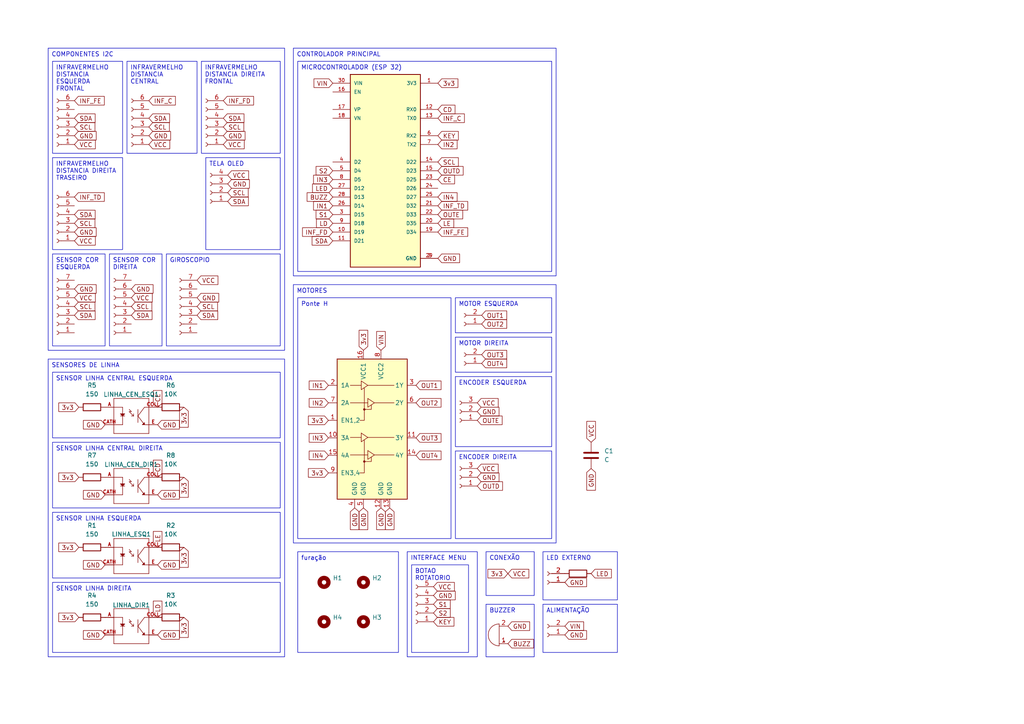
<source format=kicad_sch>
(kicad_sch (version 20250114) (generator "eeschema") (generator_version "9.0")
  (paper "A4")
  (lib_symbols
    (symbol "Connector:Conn_01x02_Socket" (pin_names (offset 1.016) (hide yes))
      (property "Reference" "J" (at 0 2.54 0))
      (property "Value" "Conn_01x02_Socket" (at 0 -5.08 0))
      (symbol "Conn_01x02_Socket_1_1"
        (polyline (pts (xy -1.27 0) (xy -0.508 0)) (stroke (width 0.1524)))
        (polyline (pts (xy -1.27 -2.54) (xy -0.508 -2.54)) (stroke (width 0.1524)))
        (arc (start 0 -0.508) (mid -0.5058 0) (end 0 0.508) (stroke (width 0.1524)))
        (arc (start 0 -3.048) (mid -0.5058 -2.54) (end 0 -2.032) (stroke (width 0.1524)))
        (pin passive line (at -5.08 0 0) (length 3.81) (name "Pin_1") (number "1"))
        (pin passive line (at -5.08 -2.54 0) (length 3.81) (name "Pin_2") (number "2"))
      )
    )
    (symbol "Connector:Conn_01x03_Socket" (pin_names (offset 1.016) (hide yes))
      (property "Reference" "J" (at 0 5.08 0))
      (property "Value" "Conn_01x03_Socket" (at 0 -5.08 0))
      (symbol "Conn_01x03_Socket_1_1"
        (polyline (pts (xy -1.27 2.54) (xy -0.508 2.54)) (stroke (width 0.1524)))
        (polyline (pts (xy -1.27 0) (xy -0.508 0)) (stroke (width 0.1524)))
        (polyline (pts (xy -1.27 -2.54) (xy -0.508 -2.54)) (stroke (width 0.1524)))
        (arc (start 0 2.032) (mid -0.5058 2.54) (end 0 3.048) (stroke (width 0.1524)))
        (arc (start 0 -0.508) (mid -0.5058 0) (end 0 0.508) (stroke (width 0.1524)))
        (arc (start 0 -3.048) (mid -0.5058 -2.54) (end 0 -2.032) (stroke (width 0.1524)))
        (pin passive line (at -5.08 2.54 0) (length 3.81) (name "Pin_1") (number "1"))
        (pin passive line (at -5.08 0 0) (length 3.81) (name "Pin_2") (number "2"))
        (pin passive line (at -5.08 -2.54 0) (length 3.81) (name "Pin_3") (number "3"))
      )
    )
    (symbol "Connector:Conn_01x04_Socket" (pin_names (offset 1.016) (hide yes))
      (property "Reference" "J" (at 0 5.08 0))
      (property "Value" "Conn_01x04_Socket" (at 0 -7.62 0))
      (symbol "Conn_01x04_Socket_1_1"
        (polyline (pts (xy -1.27 2.54) (xy -0.508 2.54)) (stroke (width 0.1524)))
        (polyline (pts (xy -1.27 0) (xy -0.508 0)) (stroke (width 0.1524)))
        (polyline (pts (xy -1.27 -2.54) (xy -0.508 -2.54)) (stroke (width 0.1524)))
        (polyline (pts (xy -1.27 -5.08) (xy -0.508 -5.08)) (stroke (width 0.1524)))
        (arc (start 0 2.032) (mid -0.5058 2.54) (end 0 3.048) (stroke (width 0.1524)))
        (arc (start 0 -0.508) (mid -0.5058 0) (end 0 0.508) (stroke (width 0.1524)))
        (arc (start 0 -3.048) (mid -0.5058 -2.54) (end 0 -2.032) (stroke (width 0.1524)))
        (arc (start 0 -5.588) (mid -0.5058 -5.08) (end 0 -4.572) (stroke (width 0.1524)))
        (pin passive line (at -5.08 2.54 0) (length 3.81) (name "Pin_1") (number "1"))
        (pin passive line (at -5.08 0 0) (length 3.81) (name "Pin_2") (number "2"))
        (pin passive line (at -5.08 -2.54 0) (length 3.81) (name "Pin_3") (number "3"))
        (pin passive line (at -5.08 -5.08 0) (length 3.81) (name "Pin_4") (number "4"))
      )
    )
    (symbol "Connector:Conn_01x05_Socket" (pin_names (offset 1.016) (hide yes))
      (property "Reference" "J" (at 0 7.62 0))
      (property "Value" "Conn_01x05_Socket" (at 0 -7.62 0))
      (symbol "Conn_01x05_Socket_1_1"
        (polyline (pts (xy -1.27 5.08) (xy -0.508 5.08)) (stroke (width 0.1524)))
        (polyline (pts (xy -1.27 2.54) (xy -0.508 2.54)) (stroke (width 0.1524)))
        (polyline (pts (xy -1.27 0) (xy -0.508 0)) (stroke (width 0.1524)))
        (polyline (pts (xy -1.27 -2.54) (xy -0.508 -2.54)) (stroke (width 0.1524)))
        (polyline (pts (xy -1.27 -5.08) (xy -0.508 -5.08)) (stroke (width 0.1524)))
        (arc (start 0 4.572) (mid -0.5058 5.08) (end 0 5.588) (stroke (width 0.1524)))
        (arc (start 0 2.032) (mid -0.5058 2.54) (end 0 3.048) (stroke (width 0.1524)))
        (arc (start 0 -0.508) (mid -0.5058 0) (end 0 0.508) (stroke (width 0.1524)))
        (arc (start 0 -3.048) (mid -0.5058 -2.54) (end 0 -2.032) (stroke (width 0.1524)))
        (arc (start 0 -5.588) (mid -0.5058 -5.08) (end 0 -4.572) (stroke (width 0.1524)))
        (pin passive line (at -5.08 5.08 0) (length 3.81) (name "Pin_1") (number "1"))
        (pin passive line (at -5.08 2.54 0) (length 3.81) (name "Pin_2") (number "2"))
        (pin passive line (at -5.08 0 0) (length 3.81) (name "Pin_3") (number "3"))
        (pin passive line (at -5.08 -2.54 0) (length 3.81) (name "Pin_4") (number "4"))
        (pin passive line (at -5.08 -5.08 0) (length 3.81) (name "Pin_5") (number "5"))
      )
    )
    (symbol "Connector:Conn_01x06_Socket" (pin_names (offset 1.016) (hide yes))
      (property "Reference" "J" (at 0 7.62 0))
      (property "Value" "Conn_01x06_Socket" (at 0 -10.16 0))
      (symbol "Conn_01x06_Socket_1_1"
        (polyline (pts (xy -1.27 5.08) (xy -0.508 5.08)) (stroke (width 0.1524)))
        (polyline (pts (xy -1.27 2.54) (xy -0.508 2.54)) (stroke (width 0.1524)))
        (polyline (pts (xy -1.27 0) (xy -0.508 0)) (stroke (width 0.1524)))
        (polyline (pts (xy -1.27 -2.54) (xy -0.508 -2.54)) (stroke (width 0.1524)))
        (polyline (pts (xy -1.27 -5.08) (xy -0.508 -5.08)) (stroke (width 0.1524)))
        (polyline (pts (xy -1.27 -7.62) (xy -0.508 -7.62)) (stroke (width 0.1524)))
        (arc (start 0 4.572) (mid -0.5058 5.08) (end 0 5.588) (stroke (width 0.1524)))
        (arc (start 0 2.032) (mid -0.5058 2.54) (end 0 3.048) (stroke (width 0.1524)))
        (arc (start 0 -0.508) (mid -0.5058 0) (end 0 0.508) (stroke (width 0.1524)))
        (arc (start 0 -3.048) (mid -0.5058 -2.54) (end 0 -2.032) (stroke (width 0.1524)))
        (arc (start 0 -5.588) (mid -0.5058 -5.08) (end 0 -4.572) (stroke (width 0.1524)))
        (arc (start 0 -8.128) (mid -0.5058 -7.62) (end 0 -7.112) (stroke (width 0.1524)))
        (pin passive line (at -5.08 5.08 0) (length 3.81) (name "Pin_1") (number "1"))
        (pin passive line (at -5.08 2.54 0) (length 3.81) (name "Pin_2") (number "2"))
        (pin passive line (at -5.08 0 0) (length 3.81) (name "Pin_3") (number "3"))
        (pin passive line (at -5.08 -2.54 0) (length 3.81) (name "Pin_4") (number "4"))
        (pin passive line (at -5.08 -5.08 0) (length 3.81) (name "Pin_5") (number "5"))
        (pin passive line (at -5.08 -7.62 0) (length 3.81) (name "Pin_6") (number "6"))
      )
    )
    (symbol "Connector:Conn_01x07_Socket" (pin_names (offset 1.016) (hide yes))
      (property "Reference" "J" (at 0 10.16 0))
      (property "Value" "Conn_01x07_Socket" (at 0 -10.16 0))
      (symbol "Conn_01x07_Socket_1_1"
        (polyline (pts (xy -1.27 7.62) (xy -0.508 7.62)) (stroke (width 0.1524)))
        (polyline (pts (xy -1.27 5.08) (xy -0.508 5.08)) (stroke (width 0.1524)))
        (polyline (pts (xy -1.27 2.54) (xy -0.508 2.54)) (stroke (width 0.1524)))
        (polyline (pts (xy -1.27 0) (xy -0.508 0)) (stroke (width 0.1524)))
        (polyline (pts (xy -1.27 -2.54) (xy -0.508 -2.54)) (stroke (width 0.1524)))
        (polyline (pts (xy -1.27 -5.08) (xy -0.508 -5.08)) (stroke (width 0.1524)))
        (polyline (pts (xy -1.27 -7.62) (xy -0.508 -7.62)) (stroke (width 0.1524)))
        (arc (start 0 7.112) (mid -0.5058 7.62) (end 0 8.128) (stroke (width 0.1524)))
        (arc (start 0 4.572) (mid -0.5058 5.08) (end 0 5.588) (stroke (width 0.1524)))
        (arc (start 0 2.032) (mid -0.5058 2.54) (end 0 3.048) (stroke (width 0.1524)))
        (arc (start 0 -0.508) (mid -0.5058 0) (end 0 0.508) (stroke (width 0.1524)))
        (arc (start 0 -3.048) (mid -0.5058 -2.54) (end 0 -2.032) (stroke (width 0.1524)))
        (arc (start 0 -5.588) (mid -0.5058 -5.08) (end 0 -4.572) (stroke (width 0.1524)))
        (arc (start 0 -8.128) (mid -0.5058 -7.62) (end 0 -7.112) (stroke (width 0.1524)))
        (pin passive line (at -5.08 7.62 0) (length 3.81) (name "Pin_1") (number "1"))
        (pin passive line (at -5.08 5.08 0) (length 3.81) (name "Pin_2") (number "2"))
        (pin passive line (at -5.08 2.54 0) (length 3.81) (name "Pin_3") (number "3"))
        (pin passive line (at -5.08 0 0) (length 3.81) (name "Pin_4") (number "4"))
        (pin passive line (at -5.08 -2.54 0) (length 3.81) (name "Pin_5") (number "5"))
        (pin passive line (at -5.08 -5.08 0) (length 3.81) (name "Pin_6") (number "6"))
        (pin passive line (at -5.08 -7.62 0) (length 3.81) (name "Pin_7") (number "7"))
      )
    )
    (symbol "Device:Buzzer" (pin_names (offset 0.0254) (hide yes))
      (property "Reference" "BZ" (at 3.81 1.27 0))
      (property "Value" "Buzzer" (at 3.81 -1.27 0))
      (symbol "Buzzer_0_1"
        (polyline (pts (xy -1.651 1.905) (xy -1.143 1.905)))
        (polyline (pts (xy -1.397 2.159) (xy -1.397 1.651)))
        (arc (start 0 3.175) (mid 3.1612 0) (end 0 -3.175))
        (polyline (pts (xy 0 3.175) (xy 0 -3.175)))
      )
      (symbol "Buzzer_1_1"
        (pin passive line (at -2.54 2.54 0) (length 2.54) (name "+") (number "1"))
        (pin passive line (at -2.54 -2.54 0) (length 2.54) (name "-") (number "2"))
      )
    )
    (symbol "Device:C" (pin_numbers (hide yes)) (pin_names (offset 0.254))
      (property "Reference" "C" (at 0.635 2.54 0))
      (property "Value" "C" (at 0.635 -2.54 0))
      (symbol "C_0_1"
        (polyline (pts (xy -2.032 0.762) (xy 2.032 0.762)) (stroke (width 0.508)))
        (polyline (pts (xy -2.032 -0.762) (xy 2.032 -0.762)) (stroke (width 0.508)))
      )
      (symbol "C_1_1"
        (pin passive line (at 0 3.81 270) (length 2.794) (name "~") (number "1"))
        (pin passive line (at 0 -3.81 90) (length 2.794) (name "~") (number "2"))
      )
    )
    (symbol "Device:R" (pin_numbers (hide yes)) (pin_names (offset 0))
      (property "Reference" "R" (at 2.032 0 90))
      (property "Value" "R" (at 0 0 90))
      (symbol "R_0_1"
        (rectangle (start -1.016 -2.54) (end 1.016 2.54) (stroke (width 0.254)))
      )
      (symbol "R_1_1"
        (pin passive line (at 0 3.81 270) (length 1.27) (name "~") (number "1"))
        (pin passive line (at 0 -3.81 90) (length 1.27) (name "~") (number "2"))
      )
    )
    (symbol "Driver_Motor:L293D" (pin_names (offset 1.016))
      (property "Reference" "U" (at -5.08 26.035 0))
      (property "Value" "L293D" (at -5.08 24.13 0))
      (symbol "L293D_0_1"
        (rectangle (start -10.16 22.86) (end 10.16 -17.78) (stroke (width 0.254)) (fill (type background)))
        (polyline (pts (xy -6.35 15.24) (xy -3.175 15.24)))
        (polyline (pts (xy -6.35 10.16) (xy -1.27 10.16)))
        (polyline (pts (xy -6.35 0.127) (xy -3.175 0.127)))
        (polyline (pts (xy -6.35 -4.953) (xy -1.27 -4.953)))
        (polyline (pts (xy -3.175 16.51) (xy -3.175 13.97) (xy -1.27 15.24) (xy -3.175 16.51)))
        (polyline (pts (xy -3.175 1.397) (xy -3.175 -1.143) (xy -1.27 0.127) (xy -3.175 1.397)))
        (polyline (pts (xy -2.286 14.478) (xy -2.286 5.08) (xy -3.556 5.08)))
        (circle (center -2.286 8.255) (radius 0.254) (fill (type outline)))
        (polyline (pts (xy -2.286 8.255) (xy -0.254 8.255) (xy -0.254 9.525)))
        (polyline (pts (xy -2.286 -0.635) (xy -2.286 -10.16) (xy -3.556 -10.16)))
        (circle (center -2.286 -6.858) (radius 0.254) (fill (type outline)))
        (polyline (pts (xy -2.286 -6.858) (xy -0.254 -6.858) (xy -0.254 -5.588)))
        (polyline (pts (xy -1.27 15.24) (xy 6.35 15.24)))
        (polyline (pts (xy -1.27 11.43) (xy -1.27 8.89) (xy 0.635 10.16) (xy -1.27 11.43)))
        (polyline (pts (xy -1.27 0.127) (xy 6.35 0.127)))
        (polyline (pts (xy -1.27 -3.683) (xy -1.27 -6.223) (xy 0.635 -4.953) (xy -1.27 -3.683)))
        (polyline (pts (xy 0.635 10.16) (xy 6.35 10.16)))
        (polyline (pts (xy 0.635 -4.953) (xy 6.35 -4.953)))
      )
      (symbol "L293D_1_1"
        (pin input line (at -12.7 15.24 0) (length 2.54) (name "1A") (number "2"))
        (pin input line (at -12.7 10.16 0) (length 2.54) (name "2A") (number "7"))
        (pin input line (at -12.7 5.08 0) (length 2.54) (name "EN1,2") (number "1"))
        (pin input line (at -12.7 0 0) (length 2.54) (name "3A") (number "10"))
        (pin input line (at -12.7 -5.08 0) (length 2.54) (name "4A") (number "15"))
        (pin input line (at -12.7 -10.16 0) (length 2.54) (name "EN3,4") (number "9"))
        (pin power_in line (at -5.08 -20.32 90) (length 2.54) (name "GND") (number "4"))
        (pin power_in line (at -2.54 25.4 270) (length 2.54) (name "VCC1") (number "16"))
        (pin power_in line (at -2.54 -20.32 90) (length 2.54) (name "GND") (number "5"))
        (pin power_in line (at 2.54 25.4 270) (length 2.54) (name "VCC2") (number "8"))
        (pin power_in line (at 2.54 -20.32 90) (length 2.54) (name "GND") (number "12"))
        (pin power_in line (at 5.08 -20.32 90) (length 2.54) (name "GND") (number "13"))
        (pin output line (at 12.7 15.24 180) (length 2.54) (name "1Y") (number "3"))
        (pin output line (at 12.7 10.16 180) (length 2.54) (name "2Y") (number "6"))
        (pin output line (at 12.7 0 180) (length 2.54) (name "3Y") (number "11"))
        (pin output line (at 12.7 -5.08 180) (length 2.54) (name "4Y") (number "14"))
      )
    )
    (symbol "ESP32-DEVKIT-V1:ESP32-DEVKIT-V1" (pin_names (offset 1.016))
      (property "Reference" "U" (at -10.16 30.48 0))
      (property "Value" "ESP32-DEVKIT-V1" (at -10.16 -30.48 0))
      (symbol "ESP32-DEVKIT-V1_0_0"
        (rectangle (start -10.16 -27.94) (end 10.16 27.94) (stroke (width 0.254)) (fill (type background)))
        (pin input line (at -15.24 25.4 0) (length 5.08) (name "VIN") (number "30"))
        (pin input line (at -15.24 22.86 0) (length 5.08) (name "EN") (number "16"))
        (pin bidirectional line (at -15.24 17.78 0) (length 5.08) (name "VP") (number "17"))
        (pin bidirectional line (at -15.24 15.24 0) (length 5.08) (name "VN") (number "18"))
        (pin bidirectional line (at -15.24 2.54 0) (length 5.08) (name "D2") (number "4"))
        (pin bidirectional line (at -15.24 0 0) (length 5.08) (name "D4") (number "5"))
        (pin bidirectional line (at -15.24 -2.54 0) (length 5.08) (name "D5") (number "8"))
        (pin bidirectional line (at -15.24 -5.08 0) (length 5.08) (name "D12") (number "27"))
        (pin bidirectional line (at -15.24 -7.62 0) (length 5.08) (name "D13") (number "28"))
        (pin bidirectional line (at -15.24 -10.16 0) (length 5.08) (name "D14") (number "26"))
        (pin bidirectional line (at -15.24 -12.7 0) (length 5.08) (name "D15") (number "3"))
        (pin bidirectional line (at -15.24 -15.24 0) (length 5.08) (name "D18") (number "9"))
        (pin bidirectional line (at -15.24 -17.78 0) (length 5.08) (name "D19") (number "10"))
        (pin bidirectional line (at -15.24 -20.32 0) (length 5.08) (name "D21") (number "11"))
        (pin output line (at 15.24 25.4 180) (length 5.08) (name "3V3") (number "1"))
        (pin input line (at 15.24 17.78 180) (length 5.08) (name "RX0") (number "12"))
        (pin output line (at 15.24 15.24 180) (length 5.08) (name "TX0") (number "13"))
        (pin input line (at 15.24 10.16 180) (length 5.08) (name "RX2") (number "6"))
        (pin output line (at 15.24 7.62 180) (length 5.08) (name "TX2") (number "7"))
        (pin bidirectional line (at 15.24 2.54 180) (length 5.08) (name "D22") (number "14"))
        (pin bidirectional line (at 15.24 0 180) (length 5.08) (name "D23") (number "15"))
        (pin bidirectional line (at 15.24 -2.54 180) (length 5.08) (name "D25") (number "23"))
        (pin bidirectional line (at 15.24 -5.08 180) (length 5.08) (name "D26") (number "24"))
        (pin bidirectional line (at 15.24 -7.62 180) (length 5.08) (name "D27") (number "25"))
        (pin bidirectional line (at 15.24 -10.16 180) (length 5.08) (name "D32") (number "21"))
        (pin bidirectional line (at 15.24 -12.7 180) (length 5.08) (name "D33") (number "22"))
        (pin bidirectional line (at 15.24 -15.24 180) (length 5.08) (name "D35") (number "20"))
        (pin bidirectional line (at 15.24 -17.78 180) (length 5.08) (name "D34") (number "19"))
        (pin power_in line (at 15.24 -25.4 180) (length 5.08) (name "GND") (number "2"))
        (pin power_in line (at 15.24 -25.4 180) (length 5.08) (name "GND") (number "29"))
      )
    )
    (symbol "Mechanical:MountingHole" (pin_names (offset 1.016)) (in_bom no)
      (property "Reference" "H" (at 0 5.08 0))
      (property "Value" "MountingHole" (at 0 3.175 0))
      (symbol "MountingHole_0_1"
        (circle (center 0 0) (radius 1.27) (stroke (width 1.27)))
      )
    )
    (symbol "TCRT5000:TCRT5000" (pin_names (offset 1.016))
      (property "Reference" "U" (at -5.0887 5.7248 0))
      (property "Value" "TCRT5000" (at -5.0838 -5.7193 0))
      (symbol "TCRT5000_0_0"
        (polyline (pts (xy -5.08 5.08) (xy -5.08 2.54)) (stroke (width 0.1524)))
        (polyline (pts (xy -5.08 2.54) (xy -5.08 -2.54)) (stroke (width 0.1524)))
        (polyline (pts (xy -5.08 2.54) (xy -2.54 2.54)) (stroke (width 0.1524)))
        (polyline (pts (xy -5.08 -2.54) (xy -5.08 -5.08)) (stroke (width 0.1524)))
        (polyline (pts (xy -5.08 -5.08) (xy 5.08 -5.08)) (stroke (width 0.1524)))
        (polyline (pts (xy -3.175 0.635) (xy -1.905 0.635) (xy -2.54 0) (xy -3.175 0.635)) (stroke (width 0.1524)) (fill (type outline)))
        (polyline (pts (xy -3.175 0) (xy -1.905 0)) (stroke (width 0.1524)))
        (polyline (pts (xy -2.54 2.54) (xy -2.54 -2.54)) (stroke (width 0.1524)))
        (polyline (pts (xy -2.54 -2.54) (xy -5.08 -2.54)) (stroke (width 0.1524)))
        (polyline (pts (xy -0.635 1.905) (xy 0 1.27)) (stroke (width 0.1524)))
        (polyline (pts (xy -0.635 1.27) (xy 0.635 0)) (stroke (width 0.1524)))
        (polyline (pts (xy 0 1.27) (xy -0.635 1.27)) (stroke (width 0.1524)))
        (polyline (pts (xy 0.635 0.635) (xy 0.635 0)) (stroke (width 0.1524)))
        (polyline (pts (xy 0.635 0) (xy 0 0)) (stroke (width 0.1524)))
        (polyline (pts (xy 1.905 1.905) (xy 1.905 0)) (stroke (width 0.1524)))
        (polyline (pts (xy 1.905 0) (xy 1.905 -1.905)) (stroke (width 0.1524)))
        (polyline (pts (xy 1.905 0) (xy 3.81 2.54)) (stroke (width 0.1524)))
        (polyline (pts (xy 1.905 0) (xy 3.81 -2.54)) (stroke (width 0.1524)))
        (polyline (pts (xy 3.175 -2.54) (xy 3.81 -2.54) (xy 3.81 -1.905) (xy 3.175 -2.54)) (stroke (width 0.1524)) (fill (type outline)))
        (polyline (pts (xy 3.81 2.54) (xy 5.08 2.54)) (stroke (width 0.1524)))
        (polyline (pts (xy 3.81 -2.54) (xy 5.08 -2.54)) (stroke (width 0.1524)))
        (polyline (pts (xy 5.08 5.08) (xy -5.08 5.08)) (stroke (width 0.1524)))
        (polyline (pts (xy 5.08 2.54) (xy 5.08 5.08)) (stroke (width 0.1524)))
        (polyline (pts (xy 5.08 -2.54) (xy 5.08 2.54)) (stroke (width 0.1524)))
        (polyline (pts (xy 5.08 -5.08) (xy 5.08 -2.54)) (stroke (width 0.1524)))
        (pin passive line (at -7.62 2.54 0) (length 2.54) (name "~") (number "A"))
        (pin passive line (at -7.62 -2.54 0) (length 2.54) (name "~") (number "CATH"))
        (pin passive line (at 7.62 2.54 180) (length 2.54) (name "~") (number "COLL"))
        (pin passive line (at 7.62 -2.54 180) (length 2.54) (name "~") (number "E"))
      )
    )
  )
  (text_box "BUZZER" (at 140.97 175.26 0) (size 13.97 15.24) (margins 0.9525 0.9525 0.9525 0.9525) (effects (font (size 1.27 1.27)) (justify left top)))
  (text_box "INFRAVERMELHO DISTANCIA DIREITA TRASEIRO\n" (at 15.24 45.72 0) (size 20.32 26.67) (margins 0.9525 0.9525 0.9525 0.9525) (effects (font (size 1.27 1.27)) (justify left top)))
  (text_box "ALIMENTAÇÃO" (at 157.48 175.26 0) (size 21.59 13.97) (margins 0.9525 0.9525 0.9525 0.9525) (effects (font (size 1.27 1.27)) (justify left top)))
  (text_box "MOTOR ESQUERDA" (at 132.08 86.36 0) (size 27.94 10.16) (margins 0.9525 0.9525 0.9525 0.9525) (effects (font (size 1.27 1.27)) (justify left top)))
  (text_box "SENSOR LINHA CENTRAL ESQUERDA\n" (at 15.24 107.95 0) (size 66.04 19.05) (margins 0.9525 0.9525 0.9525 0.9525) (effects (font (size 1.27 1.27)) (justify left top)))
  (text_box "GIROSCOPIO" (at 48.26 73.66 0) (size 33.02 26.67) (margins 0.9525 0.9525 0.9525 0.9525) (effects (font (size 1.27 1.27)) (justify left top)))
  (text_box "SENSORES DE LINHA" (at 13.97 104.14 0) (size 68.58 86.36) (margins 0.9525 0.9525 0.9525 0.9525) (effects (font (size 1.27 1.27)) (justify left top)))
  (text_box "SENSOR LINHA ESQUERDA\n\n" (at 15.24 148.59 0) (size 66.04 19.05) (margins 0.9525 0.9525 0.9525 0.9525) (effects (font (size 1.27 1.27)) (justify left top)))
  (text_box "TELA OLED\n" (at 59.69 45.72 0) (size 21.59 26.67) (margins 0.9525 0.9525 0.9525 0.9525) (effects (font (size 1.27 1.27)) (justify left top)))
  (text_box "CONTROLADOR PRINCIPAL" (at 85.09 13.97 0) (size 76.2 66.04) (margins 0.9525 0.9525 0.9525 0.9525) (effects (font (size 1.27 1.27)) (justify left top)))
  (text_box "BOTAO ROTATORIO" (at 119.38 163.83 0) (size 16.51 25.4) (margins 0.9525 0.9525 0.9525 0.9525) (effects (font (size 1.27 1.27)) (justify left top)))
  (text_box "Ponte H" (at 86.36 86.36 0) (size 44.45 69.85) (margins 0.9525 0.9525 0.9525 0.9525) (effects (font (size 1.27 1.27)) (justify left top)))
  (text_box "MICROCONTROLADOR (ESP 32)\n" (at 86.36 17.78 0) (size 73.66 60.96) (margins 0.9525 0.9525 0.9525 0.9525) (effects (font (size 1.27 1.27)) (justify left top)))
  (text_box "furação" (at 86.36 160.02 0) (size 29.21 29.21) (margins 0.9525 0.9525 0.9525 0.9525) (effects (font (size 1.27 1.27)) (justify left top)))
  (text_box "INFRAVERMELHO DISTANCIA CENTRAL\n" (at 36.83 17.78 0) (size 20.32 26.67) (margins 0.9525 0.9525 0.9525 0.9525) (effects (font (size 1.27 1.27)) (justify left top)))
  (text_box "COMPONENTES I2C\n" (at 13.97 13.97 0) (size 68.58 87.63) (margins 0.9525 0.9525 0.9525 0.9525) (effects (font (size 1.27 1.27)) (justify left top)))
  (text_box "SENSOR LINHA CENTRAL DIREITA\n" (at 15.24 128.27 0) (size 66.04 19.05) (margins 0.9525 0.9525 0.9525 0.9525) (effects (font (size 1.27 1.27)) (justify left top)))
  (text_box "CONEXÃO" (at 140.97 160.02 0) (size 13.97 12.7) (margins 0.9525 0.9525 0.9525 0.9525) (effects (font (size 1.27 1.27)) (justify left top)))
  (text_box "INFRAVERMELHO DISTANCIA DIREITA FRONTAL\n" (at 58.42 17.78 0) (size 22.86 26.67) (margins 0.9525 0.9525 0.9525 0.9525) (effects (font (size 1.27 1.27)) (justify left top)))
  (text_box "SENSOR COR DIREITA" (at 31.75 73.66 0) (size 15.24 26.67) (margins 0.9525 0.9525 0.9525 0.9525) (effects (font (size 1.27 1.27)) (justify left top)))
  (text_box "LED EXTERNO" (at 157.48 160.02 0) (size 21.59 13.97) (margins 0.9525 0.9525 0.9525 0.9525) (effects (font (size 1.27 1.27)) (justify left top)))
  (text_box "MOTOR DIREITA" (at 132.08 97.79 0) (size 27.94 10.16) (margins 0.9525 0.9525 0.9525 0.9525) (effects (font (size 1.27 1.27)) (justify left top)))
  (text_box "SENSOR COR ESQUERDA" (at 15.24 73.66 0) (size 15.24 26.67) (margins 0.9525 0.9525 0.9525 0.9525) (effects (font (size 1.27 1.27)) (justify left top)))
  (text_box "SENSOR LINHA DIREITA\n" (at 15.24 168.91 0) (size 66.04 20.32) (margins 0.9525 0.9525 0.9525 0.9525) (effects (font (size 1.27 1.27)) (justify left top)))
  (text_box "ENCODER DIREITA\n\n" (at 132.08 130.81 0) (size 27.94 25.4) (margins 0.9525 0.9525 0.9525 0.9525) (effects (font (size 1.27 1.27)) (justify left top)))
  (text_box "ENCODER ESQUERDA\n" (at 132.08 109.22 0) (size 27.94 20.32) (margins 0.9525 0.9525 0.9525 0.9525) (effects (font (size 1.27 1.27)) (justify left top)))
  (text_box "INFRAVERMELHO DISTANCIA ESQUERDA FRONTAL\n" (at 15.24 17.78 0) (size 20.32 26.67) (margins 0.9525 0.9525 0.9525 0.9525) (effects (font (size 1.27 1.27)) (justify left top)))
  (text_box "INTERFACE MENU" (at 118.11 160.02 0) (size 20.32 30.48) (margins 0.9525 0.9525 0.9525 0.9525) (effects (font (size 1.27 1.27)) (justify left top)))
  (text_box "MOTORES" (at 85.09 82.55 0) (size 76.2 74.93) (margins 0.9525 0.9525 0.9525 0.9525) (effects (font (size 1.27 1.27)) (justify left top)))
  (global_label "INF_TD" (shape input) (at 21.59 57.15 0) (property "Intersheetrefs" "${INTERSHEET_REFS}" (effects (hide yes))))
  (global_label "IN3" (shape input) (at 96.52 52.07 180) (property "Intersheetrefs" "${INTERSHEET_REFS}" (effects (hide yes))))
  (global_label "GND" (shape input) (at 21.59 67.31 0) (property "Intersheetrefs" "${INTERSHEET_REFS}" (effects (hide yes))))
  (global_label "3v3" (shape input) (at 22.86 138.43 180) (property "Intersheetrefs" "${INTERSHEET_REFS}" (effects (hide yes))))
  (global_label "VCC" (shape input) (at 57.15 81.28 0) (property "Intersheetrefs" "${INTERSHEET_REFS}" (effects (hide yes))))
  (global_label "CD" (shape input) (at 127 31.75 0) (property "Intersheetrefs" "${INTERSHEET_REFS}" (effects (hide yes))))
  (global_label "VIN" (shape input) (at 110.49 101.6 90) (property "Intersheetrefs" "${INTERSHEET_REFS}" (effects (hide yes))))
  (global_label "INF_FD" (shape input) (at 64.77 29.21 0) (property "Intersheetrefs" "${INTERSHEET_REFS}" (effects (hide yes))))
  (global_label "GND" (shape input) (at 21.59 83.82 0) (property "Intersheetrefs" "${INTERSHEET_REFS}" (effects (hide yes))))
  (global_label "GND" (shape input) (at 30.48 184.15 180) (property "Intersheetrefs" "${INTERSHEET_REFS}" (effects (hide yes))))
  (global_label "GND" (shape input) (at 125.73 172.72 0) (property "Intersheetrefs" "${INTERSHEET_REFS}" (effects (hide yes))))
  (global_label "SDA" (shape input) (at 96.52 69.85 180) (property "Intersheetrefs" "${INTERSHEET_REFS}" (effects (hide yes))))
  (global_label "SDA" (shape input) (at 66.04 58.42 0) (property "Intersheetrefs" "${INTERSHEET_REFS}" (effects (hide yes))))
  (global_label "VCC" (shape input) (at 38.1 86.36 0) (property "Intersheetrefs" "${INTERSHEET_REFS}" (effects (hide yes))))
  (global_label "GND" (shape input) (at 147.32 181.61 0) (property "Intersheetrefs" "${INTERSHEET_REFS}" (effects (hide yes))))
  (global_label "VCC" (shape input) (at 66.04 50.8 0) (property "Intersheetrefs" "${INTERSHEET_REFS}" (effects (hide yes))))
  (global_label "3v3" (shape input) (at 53.34 118.11 270) (property "Intersheetrefs" "${INTERSHEET_REFS}" (effects (hide yes))))
  (global_label "GND" (shape input) (at 38.1 83.82 0) (property "Intersheetrefs" "${INTERSHEET_REFS}" (effects (hide yes))))
  (global_label "VCC" (shape input) (at 171.45 128.27 90) (property "Intersheetrefs" "${INTERSHEET_REFS}" (effects (hide yes))))
  (global_label "INF_C" (shape input) (at 127 34.29 0) (property "Intersheetrefs" "${INTERSHEET_REFS}" (effects (hide yes))))
  (global_label "CE" (shape input) (at 45.72 118.11 90) (property "Intersheetrefs" "${INTERSHEET_REFS}" (effects (hide yes))))
  (global_label "LD" (shape input) (at 96.52 64.77 180) (property "Intersheetrefs" "${INTERSHEET_REFS}" (effects (hide yes))))
  (global_label "VCC" (shape input) (at 125.73 170.18 0) (property "Intersheetrefs" "${INTERSHEET_REFS}" (effects (hide yes))))
  (global_label "OUTE" (shape input) (at 138.43 121.92 0) (property "Intersheetrefs" "${INTERSHEET_REFS}" (effects (hide yes))))
  (global_label "OUT3" (shape input) (at 120.65 127 0) (property "Intersheetrefs" "${INTERSHEET_REFS}" (effects (hide yes))))
  (global_label "VCC" (shape input) (at 21.59 69.85 0) (property "Intersheetrefs" "${INTERSHEET_REFS}" (effects (hide yes))))
  (global_label "GND" (shape input) (at 127 74.93 0) (property "Intersheetrefs" "${INTERSHEET_REFS}" (effects (hide yes))))
  (global_label "3v3" (shape input) (at 22.86 118.11 180) (property "Intersheetrefs" "${INTERSHEET_REFS}" (effects (hide yes))))
  (global_label "VIN" (shape input) (at 163.83 181.61 0) (property "Intersheetrefs" "${INTERSHEET_REFS}" (effects (hide yes))))
  (global_label "LE" (shape input) (at 127 64.77 0) (property "Intersheetrefs" "${INTERSHEET_REFS}" (effects (hide yes))))
  (global_label "3v3" (shape input) (at 22.86 158.75 180) (property "Intersheetrefs" "${INTERSHEET_REFS}" (effects (hide yes))))
  (global_label "GND" (shape input) (at 138.43 119.38 0) (property "Intersheetrefs" "${INTERSHEET_REFS}" (effects (hide yes))))
  (global_label "3v3" (shape input) (at 105.41 101.6 90) (property "Intersheetrefs" "${INTERSHEET_REFS}" (effects (hide yes))))
  (global_label "GND" (shape input) (at 66.04 53.34 0) (property "Intersheetrefs" "${INTERSHEET_REFS}" (effects (hide yes))))
  (global_label "SCL" (shape input) (at 66.04 55.88 0) (property "Intersheetrefs" "${INTERSHEET_REFS}" (effects (hide yes))))
  (global_label "3v3" (shape input) (at 22.86 179.07 180) (property "Intersheetrefs" "${INTERSHEET_REFS}" (effects (hide yes))))
  (global_label "IN2" (shape input) (at 95.25 116.84 180) (property "Intersheetrefs" "${INTERSHEET_REFS}" (effects (hide yes))))
  (global_label "INF_C" (shape input) (at 43.18 29.21 0) (property "Intersheetrefs" "${INTERSHEET_REFS}" (effects (hide yes))))
  (global_label "GND" (shape input) (at 57.15 86.36 0) (property "Intersheetrefs" "${INTERSHEET_REFS}" (effects (hide yes))))
  (global_label "KEY" (shape input) (at 127 39.37 0) (property "Intersheetrefs" "${INTERSHEET_REFS}" (effects (hide yes))))
  (global_label "IN3" (shape input) (at 95.25 127 180) (property "Intersheetrefs" "${INTERSHEET_REFS}" (effects (hide yes))))
  (global_label "S1" (shape input) (at 96.52 62.23 180) (property "Intersheetrefs" "${INTERSHEET_REFS}" (effects (hide yes))))
  (global_label "SDA" (shape input) (at 57.15 91.44 0) (property "Intersheetrefs" "${INTERSHEET_REFS}" (effects (hide yes))))
  (global_label "LD" (shape input) (at 45.72 179.07 90) (property "Intersheetrefs" "${INTERSHEET_REFS}" (effects (hide yes))))
  (global_label "IN1" (shape input) (at 96.52 59.69 180) (property "Intersheetrefs" "${INTERSHEET_REFS}" (effects (hide yes))))
  (global_label "VCC" (shape input) (at 64.77 41.91 0) (property "Intersheetrefs" "${INTERSHEET_REFS}" (effects (hide yes))))
  (global_label "IN4" (shape input) (at 95.25 132.08 180) (property "Intersheetrefs" "${INTERSHEET_REFS}" (effects (hide yes))))
  (global_label "SCL" (shape input) (at 57.15 88.9 0) (property "Intersheetrefs" "${INTERSHEET_REFS}" (effects (hide yes))))
  (global_label "CE" (shape input) (at 127 52.07 0) (property "Intersheetrefs" "${INTERSHEET_REFS}" (effects (hide yes))))
  (global_label "OUT2" (shape input) (at 139.7 93.98 0) (property "Intersheetrefs" "${INTERSHEET_REFS}" (effects (hide yes))))
  (global_label "SDA" (shape input) (at 21.59 34.29 0) (property "Intersheetrefs" "${INTERSHEET_REFS}" (effects (hide yes))))
  (global_label "GND" (shape input) (at 30.48 143.51 180) (property "Intersheetrefs" "${INTERSHEET_REFS}" (effects (hide yes))))
  (global_label "GND" (shape input) (at 21.59 39.37 0) (property "Intersheetrefs" "${INTERSHEET_REFS}" (effects (hide yes))))
  (global_label "SDA" (shape input) (at 21.59 91.44 0) (property "Intersheetrefs" "${INTERSHEET_REFS}" (effects (hide yes))))
  (global_label "GND" (shape input) (at 30.48 123.19 180) (property "Intersheetrefs" "${INTERSHEET_REFS}" (effects (hide yes))))
  (global_label "OUTD" (shape input) (at 138.43 140.97 0) (property "Intersheetrefs" "${INTERSHEET_REFS}" (effects (hide yes))))
  (global_label "VCC" (shape input) (at 21.59 41.91 0) (property "Intersheetrefs" "${INTERSHEET_REFS}" (effects (hide yes))))
  (global_label "GND" (shape input) (at 163.83 184.15 0) (property "Intersheetrefs" "${INTERSHEET_REFS}" (effects (hide yes))))
  (global_label "LED" (shape input) (at 171.45 166.37 0) (property "Intersheetrefs" "${INTERSHEET_REFS}" (effects (hide yes))))
  (global_label "SDA" (shape input) (at 64.77 34.29 0) (property "Intersheetrefs" "${INTERSHEET_REFS}" (effects (hide yes))))
  (global_label "3v3" (shape input) (at 53.34 158.75 270) (property "Intersheetrefs" "${INTERSHEET_REFS}" (effects (hide yes))))
  (global_label "SDA" (shape input) (at 21.59 62.23 0) (property "Intersheetrefs" "${INTERSHEET_REFS}" (effects (hide yes))))
  (global_label "SCL" (shape input) (at 38.1 88.9 0) (property "Intersheetrefs" "${INTERSHEET_REFS}" (effects (hide yes))))
  (global_label "BUZZ" (shape input) (at 147.32 186.69 0) (property "Intersheetrefs" "${INTERSHEET_REFS}" (effects (hide yes))))
  (global_label "GND" (shape input) (at 113.03 147.32 270) (property "Intersheetrefs" "${INTERSHEET_REFS}" (effects (hide yes))))
  (global_label "INF_FD" (shape input) (at 96.52 67.31 180) (property "Intersheetrefs" "${INTERSHEET_REFS}" (effects (hide yes))))
  (global_label "OUT3" (shape input) (at 139.7 102.87 0) (property "Intersheetrefs" "${INTERSHEET_REFS}" (effects (hide yes))))
  (global_label "OUT2" (shape input) (at 120.65 116.84 0) (property "Intersheetrefs" "${INTERSHEET_REFS}" (effects (hide yes))))
  (global_label "GND" (shape input) (at 30.48 163.83 180) (property "Intersheetrefs" "${INTERSHEET_REFS}" (effects (hide yes))))
  (global_label "OUT1" (shape input) (at 120.65 111.76 0) (property "Intersheetrefs" "${INTERSHEET_REFS}" (effects (hide yes))))
  (global_label "3v3" (shape input) (at 147.32 166.37 180) (property "Intersheetrefs" "${INTERSHEET_REFS}" (effects (hide yes))))
  (global_label "GND" (shape input) (at 45.72 163.83 0) (property "Intersheetrefs" "${INTERSHEET_REFS}" (effects (hide yes))))
  (global_label "IN4" (shape input) (at 127 57.15 0) (property "Intersheetrefs" "${INTERSHEET_REFS}" (effects (hide yes))))
  (global_label "VCC" (shape input) (at 138.43 135.89 0) (property "Intersheetrefs" "${INTERSHEET_REFS}" (effects (hide yes))))
  (global_label "GND" (shape input) (at 105.41 147.32 270) (property "Intersheetrefs" "${INTERSHEET_REFS}" (effects (hide yes))))
  (global_label "GND" (shape input) (at 110.49 147.32 270) (property "Intersheetrefs" "${INTERSHEET_REFS}" (effects (hide yes))))
  (global_label "INF_FE" (shape input) (at 21.59 29.21 0) (property "Intersheetrefs" "${INTERSHEET_REFS}" (effects (hide yes))))
  (global_label "GND" (shape input) (at 171.45 135.89 270) (property "Intersheetrefs" "${INTERSHEET_REFS}" (effects (hide yes))))
  (global_label "3v3" (shape input) (at 95.25 121.92 180) (property "Intersheetrefs" "${INTERSHEET_REFS}" (effects (hide yes))))
  (global_label "SDA" (shape input) (at 38.1 91.44 0) (property "Intersheetrefs" "${INTERSHEET_REFS}" (effects (hide yes))))
  (global_label "SCL" (shape input) (at 64.77 36.83 0) (property "Intersheetrefs" "${INTERSHEET_REFS}" (effects (hide yes))))
  (global_label "VCC" (shape input) (at 138.43 116.84 0) (property "Intersheetrefs" "${INTERSHEET_REFS}" (effects (hide yes))))
  (global_label "VCC" (shape input) (at 21.59 86.36 0) (property "Intersheetrefs" "${INTERSHEET_REFS}" (effects (hide yes))))
  (global_label "GND" (shape input) (at 102.87 147.32 270) (property "Intersheetrefs" "${INTERSHEET_REFS}" (effects (hide yes))))
  (global_label "BUZZ" (shape input) (at 96.52 57.15 180) (property "Intersheetrefs" "${INTERSHEET_REFS}" (effects (hide yes))))
  (global_label "GND" (shape input) (at 163.83 168.91 0) (property "Intersheetrefs" "${INTERSHEET_REFS}" (effects (hide yes))))
  (global_label "SCL" (shape input) (at 21.59 88.9 0) (property "Intersheetrefs" "${INTERSHEET_REFS}" (effects (hide yes))))
  (global_label "KEY" (shape input) (at 125.73 180.34 0) (property "Intersheetrefs" "${INTERSHEET_REFS}" (effects (hide yes))))
  (global_label "VCC" (shape input) (at 43.18 41.91 0) (property "Intersheetrefs" "${INTERSHEET_REFS}" (effects (hide yes))))
  (global_label "IN2" (shape input) (at 127 41.91 0) (property "Intersheetrefs" "${INTERSHEET_REFS}" (effects (hide yes))))
  (global_label "SCL" (shape input) (at 21.59 36.83 0) (property "Intersheetrefs" "${INTERSHEET_REFS}" (effects (hide yes))))
  (global_label "SDA" (shape input) (at 43.18 34.29 0) (property "Intersheetrefs" "${INTERSHEET_REFS}" (effects (hide yes))))
  (global_label "GND" (shape input) (at 64.77 39.37 0) (property "Intersheetrefs" "${INTERSHEET_REFS}" (effects (hide yes))))
  (global_label "INF_TD" (shape input) (at 127 59.69 0) (property "Intersheetrefs" "${INTERSHEET_REFS}" (effects (hide yes))))
  (global_label "3v3" (shape input) (at 127 24.13 0) (property "Intersheetrefs" "${INTERSHEET_REFS}" (effects (hide yes))))
  (global_label "VIN" (shape input) (at 96.52 24.13 180) (property "Intersheetrefs" "${INTERSHEET_REFS}" (effects (hide yes))))
  (global_label "GND" (shape input) (at 45.72 123.19 0) (property "Intersheetrefs" "${INTERSHEET_REFS}" (effects (hide yes))))
  (global_label "CD" (shape input) (at 45.72 138.43 90) (property "Intersheetrefs" "${INTERSHEET_REFS}" (effects (hide yes))))
  (global_label "OUTE" (shape input) (at 127 62.23 0) (property "Intersheetrefs" "${INTERSHEET_REFS}" (effects (hide yes))))
  (global_label "S2" (shape input) (at 125.73 177.8 0) (property "Intersheetrefs" "${INTERSHEET_REFS}" (effects (hide yes))))
  (global_label "SCL" (shape input) (at 43.18 36.83 0) (property "Intersheetrefs" "${INTERSHEET_REFS}" (effects (hide yes))))
  (global_label "SCL" (shape input) (at 127 46.99 0) (property "Intersheetrefs" "${INTERSHEET_REFS}" (effects (hide yes))))
  (global_label "SCL" (shape input) (at 21.59 64.77 0) (property "Intersheetrefs" "${INTERSHEET_REFS}" (effects (hide yes))))
  (global_label "LE" (shape input) (at 45.72 158.75 90) (property "Intersheetrefs" "${INTERSHEET_REFS}" (effects (hide yes))))
  (global_label "INF_FE" (shape input) (at 127 67.31 0) (property "Intersheetrefs" "${INTERSHEET_REFS}" (effects (hide yes))))
  (global_label "GND" (shape input) (at 45.72 143.51 0) (property "Intersheetrefs" "${INTERSHEET_REFS}" (effects (hide yes))))
  (global_label "OUT4" (shape input) (at 120.65 132.08 0) (property "Intersheetrefs" "${INTERSHEET_REFS}" (effects (hide yes))))
  (global_label "GND" (shape input) (at 43.18 39.37 0) (property "Intersheetrefs" "${INTERSHEET_REFS}" (effects (hide yes))))
  (global_label "3v3" (shape input) (at 95.25 137.16 180) (property "Intersheetrefs" "${INTERSHEET_REFS}" (effects (hide yes))))
  (global_label "GND" (shape input) (at 45.72 184.15 0) (property "Intersheetrefs" "${INTERSHEET_REFS}" (effects (hide yes))))
  (global_label "3v3" (shape input) (at 53.34 179.07 270) (property "Intersheetrefs" "${INTERSHEET_REFS}" (effects (hide yes))))
  (global_label "S1" (shape input) (at 125.73 175.26 0) (property "Intersheetrefs" "${INTERSHEET_REFS}" (effects (hide yes))))
  (global_label "LED" (shape input) (at 96.52 54.61 180) (property "Intersheetrefs" "${INTERSHEET_REFS}" (effects (hide yes))))
  (global_label "IN1" (shape input) (at 95.25 111.76 180) (property "Intersheetrefs" "${INTERSHEET_REFS}" (effects (hide yes))))
  (global_label "OUTD" (shape input) (at 127 49.53 0) (property "Intersheetrefs" "${INTERSHEET_REFS}" (effects (hide yes))))
  (global_label "OUT4" (shape input) (at 139.7 105.41 0) (property "Intersheetrefs" "${INTERSHEET_REFS}" (effects (hide yes))))
  (global_label "GND" (shape input) (at 138.43 138.43 0) (property "Intersheetrefs" "${INTERSHEET_REFS}" (effects (hide yes))))
  (global_label "VCC" (shape input) (at 147.32 166.37 0) (property "Intersheetrefs" "${INTERSHEET_REFS}" (effects (hide yes))))
  (global_label "3v3" (shape input) (at 53.34 138.43 270) (property "Intersheetrefs" "${INTERSHEET_REFS}" (effects (hide yes))))
  (global_label "S2" (shape input) (at 96.52 49.53 180) (property "Intersheetrefs" "${INTERSHEET_REFS}" (effects (hide yes))))
  (global_label "OUT1" (shape input) (at 139.7 91.44 0) (property "Intersheetrefs" "${INTERSHEET_REFS}" (effects (hide yes))))
  (symbol (lib_id "Connector:Conn_01x04_Socket") (at 60.96 55.88 180) (unit 1)
    (property "Reference" "TelaOLED1" (effects (hide yes)))
    (property "Value" "Conn_01x04_Socket" (effects (hide yes)))
    (property "Footprint" "Connector_PinSocket_2.54mm:PinSocket_1x04_P2.54mm_Vertical" (effects (hide yes)))
    (property "Description" "Generic connector, single row, 01x04, script generated" (effects (hide yes)))
  )
  (symbol (lib_id "Connector:Conn_01x03_Socket") (at 133.35 119.38 180) (unit 1)
    (property "Reference" "EN1" (effects (hide yes)))
    (property "Value" "Conn_01x03_Socket" (effects (hide yes)))
    (property "Footprint" "Connector_PinSocket_2.54mm:PinSocket_1x03_P2.54mm_Vertical" (effects (hide yes)))
    (property "Description" "Generic connector, single row, 01x03, script generated" (effects (hide yes)))
  )
  (symbol (lib_id "TCRT5000:TCRT5000") (at 38.1 120.65 0) (unit 1)
    (property "Reference" "LINHA_CEN_ESQ1" (at 38.0637 114.4055 0))
    (property "Footprint" "IFSUL Camaquã:OPTO_TCRT5000" (effects (hide yes)))
    (property "MF" "Vishay" (effects (hide yes)))
    (property "MAXIMUM_PACKAGE_HEIGHT" "7.2mm" (effects (hide yes)))
    (property "Package" "TCRT5000 Vishay" (effects (hide yes)))
    (property "Price" "None" (effects (hide yes)))
    (property "Check_prices" "https://www.snapeda.com/parts/TCRT5000/Vishay+Semiconductor+Opto+Division/view-part/?ref=eda" (effects (hide yes)))
    (property "STANDARD" "Manufacturer recommendations" (effects (hide yes)))
    (property "PARTREV" "1.7" (effects (hide yes)))
    (property "SnapEDA_Link" "https://www.snapeda.com/parts/TCRT5000/Vishay+Semiconductor+Opto+Division/view-part/?ref=snap" (effects (hide yes)))
    (property "MP" "TCRT5000" (effects (hide yes)))
    (property "Description_1" "Reflective Optical Sensor 0.591 (15mm) PCB Mount" (effects (hide yes)))
    (property "Availability" "In Stock" (effects (hide yes)))
    (property "MANUFACTURER" "Vishay" (effects (hide yes)))
  )
  (symbol (lib_id "Mechanical:MountingHole") (at 93.98 180.34 0) (unit 1) (in_bom no)
    (property "Reference" "H4" (at 96.52 179.0699 0) (effects (justify left)))
    (property "Value" "MountingHole" (effects (hide yes)))
    (property "Footprint" "MountingHole:MountingHole_3.2mm_M3" (effects (hide yes)))
    (property "Description" "Mounting Hole without connection" (effects (hide yes)))
  )
  (symbol (lib_id "Mechanical:MountingHole") (at 105.41 168.91 0) (unit 1) (in_bom no)
    (property "Reference" "H2" (at 107.95 167.6399 0) (effects (justify left)))
    (property "Value" "MountingHole" (effects (hide yes)))
    (property "Footprint" "MountingHole:MountingHole_3.2mm_M3" (effects (hide yes)))
    (property "Description" "Mounting Hole without connection" (effects (hide yes)))
  )
  (symbol (lib_id "Mechanical:MountingHole") (at 105.41 180.34 0) (unit 1) (in_bom no)
    (property "Reference" "H3" (at 107.95 179.0699 0) (effects (justify left)))
    (property "Value" "MountingHole" (effects (hide yes)))
    (property "Footprint" "MountingHole:MountingHole_3.2mm_M3" (effects (hide yes)))
    (property "Description" "Mounting Hole without connection" (effects (hide yes)))
  )
  (symbol (lib_id "Device:R") (at 26.67 138.43 90) (unit 1)
    (property "Reference" "R7" (at 26.67 132.08 90))
    (property "Value" "150" (at 26.67 134.62 90))
    (property "Footprint" "Resistor_THT:R_Axial_DIN0204_L3.6mm_D1.6mm_P2.54mm_Vertical" (effects (hide yes)))
    (property "Description" "Resistor" (effects (hide yes)))
  )
  (symbol (lib_id "Device:R") (at 49.53 158.75 90) (unit 1)
    (property "Reference" "R2" (at 49.53 152.4 90))
    (property "Value" "10K" (at 49.53 154.94 90))
    (property "Footprint" "Resistor_THT:R_Axial_DIN0204_L3.6mm_D1.6mm_P2.54mm_Vertical" (effects (hide yes)))
    (property "Description" "Resistor" (effects (hide yes)))
  )
  (symbol (lib_id "Connector:Conn_01x07_Socket") (at 16.51 88.9 180) (unit 1)
    (property "Reference" "J2" (effects (hide yes)))
    (property "Value" "Conn_01x07_Socket" (effects (hide yes)))
    (property "Footprint" "Connector_PinSocket_2.54mm:PinSocket_1x07_P2.54mm_Vertical" (effects (hide yes)))
    (property "Description" "Generic connector, single row, 01x07, script generated" (effects (hide yes)))
  )
  (symbol (lib_id "Device:R") (at 49.53 138.43 90) (unit 1)
    (property "Reference" "R8" (at 49.53 132.08 90))
    (property "Value" "10K" (at 49.53 134.62 90))
    (property "Footprint" "Resistor_THT:R_Axial_DIN0204_L3.6mm_D1.6mm_P2.54mm_Vertical" (effects (hide yes)))
    (property "Description" "Resistor" (effects (hide yes)))
  )
  (symbol (lib_id "Device:C") (at 171.45 132.08 0) (unit 1)
    (property "Reference" "C1" (at 175.26 130.8099 0) (effects (justify left)))
    (property "Value" "C" (at 175.26 133.3499 0) (effects (justify left)))
    (property "Footprint" "Capacitor_THT:CP_Radial_D10.0mm_P3.50mm" (effects (hide yes)))
    (property "Description" "Unpolarized capacitor" (effects (hide yes)))
  )
  (symbol (lib_id "Connector:Conn_01x06_Socket") (at 38.1 36.83 180) (unit 1)
    (property "Reference" "INF_C1" (effects (hide yes)))
    (property "Value" "Conn_01x06_Socket" (effects (hide yes)))
    (property "Footprint" "Connector_PinSocket_2.54mm:PinSocket_1x06_P2.54mm_Vertical" (effects (hide yes)))
    (property "Description" "Generic connector, single row, 01x06, script generated" (effects (hide yes)))
  )
  (symbol (lib_id "TCRT5000:TCRT5000") (at 38.1 181.61 0) (unit 1)
    (property "Reference" "LINHA_DIR1" (at 38.1 175.514 0))
    (property "Footprint" "IFSUL Camaquã:OPTO_TCRT5000" (effects (hide yes)))
    (property "MF" "Vishay" (effects (hide yes)))
    (property "MAXIMUM_PACKAGE_HEIGHT" "7.2mm" (effects (hide yes)))
    (property "Package" "TCRT5000 Vishay" (effects (hide yes)))
    (property "Price" "None" (effects (hide yes)))
    (property "Check_prices" "https://www.snapeda.com/parts/TCRT5000/Vishay+Semiconductor+Opto+Division/view-part/?ref=eda" (effects (hide yes)))
    (property "STANDARD" "Manufacturer recommendations" (effects (hide yes)))
    (property "PARTREV" "1.7" (effects (hide yes)))
    (property "SnapEDA_Link" "https://www.snapeda.com/parts/TCRT5000/Vishay+Semiconductor+Opto+Division/view-part/?ref=snap" (effects (hide yes)))
    (property "MP" "TCRT5000" (effects (hide yes)))
    (property "Description_1" "Reflective Optical Sensor 0.591 (15mm) PCB Mount" (effects (hide yes)))
    (property "Availability" "In Stock" (effects (hide yes)))
    (property "MANUFACTURER" "Vishay" (effects (hide yes)))
  )
  (symbol (lib_id "TCRT5000:TCRT5000") (at 38.1 140.97 0) (unit 1)
    (property "Reference" "LINHA_CEN_DIR1" (at 38.0637 134.7255 0))
    (property "Footprint" "IFSUL Camaquã:OPTO_TCRT5000" (effects (hide yes)))
    (property "MF" "Vishay" (effects (hide yes)))
    (property "MAXIMUM_PACKAGE_HEIGHT" "7.2mm" (effects (hide yes)))
    (property "Package" "TCRT5000 Vishay" (effects (hide yes)))
    (property "Price" "None" (effects (hide yes)))
    (property "Check_prices" "https://www.snapeda.com/parts/TCRT5000/Vishay+Semiconductor+Opto+Division/view-part/?ref=eda" (effects (hide yes)))
    (property "STANDARD" "Manufacturer recommendations" (effects (hide yes)))
    (property "PARTREV" "1.7" (effects (hide yes)))
    (property "SnapEDA_Link" "https://www.snapeda.com/parts/TCRT5000/Vishay+Semiconductor+Opto+Division/view-part/?ref=snap" (effects (hide yes)))
    (property "MP" "TCRT5000" (effects (hide yes)))
    (property "Description_1" "Reflective Optical Sensor 0.591 (15mm) PCB Mount" (effects (hide yes)))
    (property "Availability" "In Stock" (effects (hide yes)))
    (property "MANUFACTURER" "Vishay" (effects (hide yes)))
  )
  (symbol (lib_id "Connector:Conn_01x02_Socket") (at 134.62 93.98 180) (unit 1)
    (property "Reference" "MotorE1" (effects (hide yes)))
    (property "Value" "Conn_01x02_Socket" (effects (hide yes)))
    (property "Footprint" "Connector_PinSocket_2.54mm:PinSocket_1x02_P2.54mm_Vertical" (effects (hide yes)))
    (property "Description" "Generic connector, single row, 01x02, script generated" (effects (hide yes)))
  )
  (symbol (lib_id "Connector:Conn_01x06_Socket") (at 16.51 64.77 180) (unit 1)
    (property "Reference" "INF_TE1" (effects (hide yes)))
    (property "Value" "Conn_01x06_Socket" (effects (hide yes)))
    (property "Footprint" "Connector_PinSocket_2.54mm:PinSocket_1x06_P2.54mm_Vertical" (effects (hide yes)))
    (property "Description" "Generic connector, single row, 01x06, script generated" (effects (hide yes)))
  )
  (symbol (lib_id "Connector:Conn_01x07_Socket") (at 33.02 88.9 180) (unit 1)
    (property "Reference" "J1" (effects (hide yes)))
    (property "Value" "Conn_01x07_Socket" (effects (hide yes)))
    (property "Footprint" "Connector_PinSocket_2.54mm:PinSocket_1x07_P2.54mm_Vertical" (effects (hide yes)))
    (property "Description" "Generic connector, single row, 01x07, script generated" (effects (hide yes)))
  )
  (symbol (lib_id "Driver_Motor:L293D") (at 107.95 127 0) (unit 1)
    (property "Reference" "U3" (effects (hide yes)))
    (property "Value" "L293D" (effects (hide yes)))
    (property "Footprint" "Package_DIP:CERDIP-16_W7.62mm_SideBrazed_LongPads_Socket" (effects (hide yes)))
    (property "Datasheet" "http://www.ti.com/lit/ds/symlink/l293.pdf" (effects (hide yes)))
    (property "Description" "Quadruple Half-H Drivers" (effects (hide yes)))
  )
  (symbol (lib_id "Connector:Conn_01x06_Socket") (at 59.69 36.83 180) (unit 1)
    (property "Reference" "INF_FD1" (effects (hide yes)))
    (property "Value" "Conn_01x06_Socket" (effects (hide yes)))
    (property "Footprint" "Connector_PinSocket_2.54mm:PinSocket_1x06_P2.54mm_Vertical" (effects (hide yes)))
    (property "Description" "Generic connector, single row, 01x06, script generated" (effects (hide yes)))
  )
  (symbol (lib_id "Connector:Conn_01x05_Socket") (at 120.65 175.26 180) (unit 1)
    (property "Reference" "BotaoRotatorio1" (effects (hide yes)))
    (property "Value" "Conn_01x05_Socket" (effects (hide yes)))
    (property "Footprint" "Connector_PinSocket_2.54mm:PinSocket_1x05_P2.54mm_Vertical" (effects (hide yes)))
    (property "Description" "Generic connector, single row, 01x05, script generated" (effects (hide yes)))
  )
  (symbol (lib_id "Mechanical:MountingHole") (at 93.98 168.91 0) (unit 1) (in_bom no)
    (property "Reference" "H1" (at 96.52 167.6399 0) (effects (justify left)))
    (property "Value" "MountingHole" (effects (hide yes)))
    (property "Footprint" "MountingHole:MountingHole_3.2mm_M3" (effects (hide yes)))
    (property "Description" "Mounting Hole without connection" (effects (hide yes)))
  )
  (symbol (lib_id "Connector:Conn_01x07_Socket") (at 52.07 88.9 180) (unit 1)
    (property "Reference" "giroscopio1" (effects (hide yes)))
    (property "Value" "Conn_01x07_Socket" (effects (hide yes)))
    (property "Footprint" "Connector_PinSocket_2.54mm:PinSocket_1x07_P2.54mm_Vertical" (effects (hide yes)))
    (property "Description" "Generic connector, single row, 01x07, script generated" (effects (hide yes)))
  )
  (symbol (lib_id "Connector:Conn_01x02_Socket") (at 134.62 105.41 180) (unit 1)
    (property "Reference" "MotorD1" (effects (hide yes)))
    (property "Value" "Conn_01x02_Socket" (effects (hide yes)))
    (property "Footprint" "Connector_PinSocket_2.54mm:PinSocket_1x02_P2.54mm_Vertical" (effects (hide yes)))
    (property "Description" "Generic connector, single row, 01x02, script generated" (effects (hide yes)))
  )
  (symbol (lib_id "Device:R") (at 26.67 158.75 90) (unit 1)
    (property "Reference" "R1" (at 26.67 152.4 90))
    (property "Value" "150" (at 26.67 154.94 90))
    (property "Footprint" "Resistor_THT:R_Axial_DIN0204_L3.6mm_D1.6mm_P2.54mm_Vertical" (effects (hide yes)))
    (property "Description" "Resistor" (effects (hide yes)))
  )
  (symbol (lib_id "ESP32-DEVKIT-V1:ESP32-DEVKIT-V1") (at 111.76 49.53 0) (unit 1)
    (property "Reference" "U1" (effects (hide yes)))
    (property "Value" "ESP32-DEVKIT-V1" (effects (hide yes)))
    (property "Footprint" "IFSUL Camaquã:MODULE_ESP32_DEVKIT_V1_30_PIN" (effects (hide yes)))
    (property "MF" "Do it" (effects (hide yes)))
    (property "MAXIMUM_PACKAGE_HEIGHT" "6.8 mm" (effects (hide yes)))
    (property "Package" "None" (effects (hide yes)))
    (property "Price" "None" (effects (hide yes)))
    (property "Check_prices" "https://www.snapeda.com/parts/ESP32-DEVKIT-V1/Do+it/view-part/?ref=eda" (effects (hide yes)))
    (property "STANDARD" "Manufacturer Recommendations" (effects (hide yes)))
    (property "PARTREV" "N/A" (effects (hide yes)))
    (property "SnapEDA_Link" "https://www.snapeda.com/parts/ESP32-DEVKIT-V1/Do+it/view-part/?ref=snap" (effects (hide yes)))
    (property "MP" "ESP32-DEVKIT-V1" (effects (hide yes)))
    (property "Description_1" "Dual core, Wi-Fi: 2.4 GHz up to 150 Mbits/s,BLE (Bluetooth Low Energy) and legacy Bluetooth, 32 bits, Up to 240 MHz" (effects (hide yes)))
    (property "Availability" "Not in stock" (effects (hide yes)))
    (property "MANUFACTURER" "DOIT" (effects (hide yes)))
  )
  (symbol (lib_id "Device:R") (at 49.53 179.07 90) (unit 1)
    (property "Reference" "R3" (at 49.53 172.72 90))
    (property "Value" "10K" (at 49.53 175.26 90))
    (property "Footprint" "Resistor_THT:R_Axial_DIN0204_L3.6mm_D1.6mm_P2.54mm_Vertical" (effects (hide yes)))
    (property "Description" "Resistor" (effects (hide yes)))
  )
  (symbol (lib_id "Device:R") (at 26.67 118.11 90) (unit 1)
    (property "Reference" "R5" (at 26.67 111.76 90))
    (property "Value" "150" (at 26.67 114.3 90))
    (property "Footprint" "Resistor_THT:R_Axial_DIN0204_L3.6mm_D1.6mm_P2.54mm_Vertical" (effects (hide yes)))
    (property "Description" "Resistor" (effects (hide yes)))
  )
  (symbol (lib_id "Connector:Conn_01x03_Socket") (at 133.35 138.43 180) (unit 1)
    (property "Reference" "EN2" (effects (hide yes)))
    (property "Value" "Conn_01x03_Socket" (effects (hide yes)))
    (property "Footprint" "Connector_PinSocket_2.54mm:PinSocket_1x03_P2.54mm_Vertical" (effects (hide yes)))
    (property "Description" "Generic connector, single row, 01x03, script generated" (effects (hide yes)))
  )
  (symbol (lib_id "Connector:Conn_01x06_Socket") (at 16.51 36.83 180) (unit 1)
    (property "Reference" "INF_FE1" (effects (hide yes)))
    (property "Value" "Conn_01x06_Socket" (effects (hide yes)))
    (property "Footprint" "Connector_PinSocket_2.54mm:PinSocket_1x06_P2.54mm_Vertical" (effects (hide yes)))
    (property "Description" "Generic connector, single row, 01x06, script generated" (effects (hide yes)))
  )
  (symbol (lib_id "Connector:Conn_01x02_Socket") (at 158.75 184.15 180) (unit 1)
    (property "Reference" "ALI1" (effects (hide yes)))
    (property "Value" "Conn_01x02_Socket" (effects (hide yes)))
    (property "Footprint" "Connector_PinSocket_2.54mm:PinSocket_1x02_P2.54mm_Vertical" (effects (hide yes)))
    (property "Description" "Generic connector, single row, 01x02, script generated" (effects (hide yes)))
  )
  (symbol (lib_id "Device:R") (at 49.53 118.11 90) (unit 1)
    (property "Reference" "R6" (at 49.53 111.76 90))
    (property "Value" "10K" (at 49.53 114.3 90))
    (property "Footprint" "Resistor_THT:R_Axial_DIN0204_L3.6mm_D1.6mm_P2.54mm_Vertical" (effects (hide yes)))
    (property "Description" "Resistor" (effects (hide yes)))
  )
  (symbol (lib_id "Device:Buzzer") (at 144.78 184.15 180) (unit 1)
    (property "Reference" "BZ1" (effects (hide yes)))
    (property "Value" "Buzzer" (effects (hide yes)))
    (property "Footprint" "Buzzer_Beeper:Buzzer_12x9.5RM7.6" (effects (hide yes)))
    (property "Description" "Buzzer, polarized" (effects (hide yes)))
  )
  (symbol (lib_id "Device:R") (at 167.64 166.37 90) (unit 1)
    (property "Reference" "R220" (effects (hide yes)))
    (property "Value" "R" (effects (hide yes)))
    (property "Footprint" "Resistor_THT:R_Axial_DIN0204_L3.6mm_D1.6mm_P2.54mm_Vertical" (effects (hide yes)))
    (property "Description" "Resistor" (effects (hide yes)))
  )
  (symbol (lib_id "Connector:Conn_01x02_Socket") (at 158.75 168.91 180) (unit 1)
    (property "Reference" "LED1" (effects (hide yes)))
    (property "Value" "Conn_01x02_Socket" (effects (hide yes)))
    (property "Footprint" "Connector_PinSocket_2.54mm:PinSocket_1x02_P2.54mm_Vertical" (effects (hide yes)))
    (property "Description" "Generic connector, single row, 01x02, script generated" (effects (hide yes)))
  )
  (symbol (lib_id "Device:R") (at 26.67 179.07 90) (unit 1)
    (property "Reference" "R4" (at 26.67 172.72 90))
    (property "Value" "150" (at 26.67 175.26 90))
    (property "Footprint" "Resistor_THT:R_Axial_DIN0204_L3.6mm_D1.6mm_P2.54mm_Vertical" (effects (hide yes)))
    (property "Description" "Resistor" (effects (hide yes)))
  )
  (symbol (lib_id "TCRT5000:TCRT5000") (at 38.1 161.29 0) (unit 1)
    (property "Reference" "LINHA_ESQ1" (at 38.1 154.94 0))
    (property "Value" "LINHA_ESQ" (effects (hide yes)))
    (property "Footprint" "IFSUL Camaquã:OPTO_TCRT5000" (effects (hide yes)))
    (property "MF" "Vishay" (effects (hide yes)))
    (property "MAXIMUM_PACKAGE_HEIGHT" "7.2mm" (effects (hide yes)))
    (property "Package" "TCRT5000 Vishay" (effects (hide yes)))
    (property "Price" "None" (effects (hide yes)))
    (property "Check_prices" "https://www.snapeda.com/parts/TCRT5000/Vishay+Semiconductor+Opto+Division/view-part/?ref=eda" (effects (hide yes)))
    (property "STANDARD" "Manufacturer recommendations" (effects (hide yes)))
    (property "PARTREV" "1.7" (effects (hide yes)))
    (property "SnapEDA_Link" "https://www.snapeda.com/parts/TCRT5000/Vishay+Semiconductor+Opto+Division/view-part/?ref=snap" (effects (hide yes)))
    (property "MP" "TCRT5000" (effects (hide yes)))
    (property "Description_1" "Reflective Optical Sensor 0.591 (15mm) PCB Mount" (effects (hide yes)))
    (property "Availability" "In Stock" (effects (hide yes)))
    (property "MANUFACTURER" "Vishay" (effects (hide yes)))
  )
)
</source>
